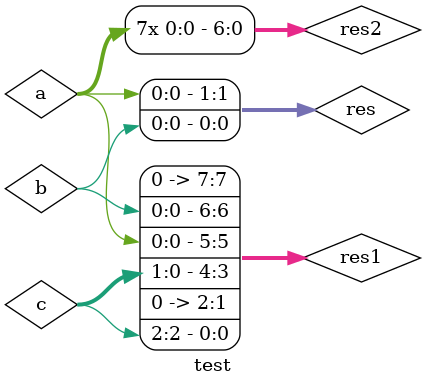
<source format=sv>
module test;

	wire a, b;
	wire [1:0] res;

	wire [3:0] c;
	wire [7:0] res1;

	assign res = {a, b}; // res[1] = a; res[0] = b


	assign res1 = {b, a, c[1: 0], 2'b00, c[2]};


	// replication operator
	wire [6:0] res2;

	assign res2 = {7{a}};
endmodule

</source>
